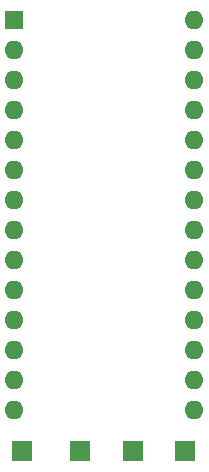
<source format=gbr>
%TF.GenerationSoftware,KiCad,Pcbnew,(5.1.9)-1*%
%TF.CreationDate,2021-09-03T13:00:37+02:00*%
%TF.ProjectId,ZX81 Intern 32K,5a583831-2049-46e7-9465-726e2033324b,rev?*%
%TF.SameCoordinates,Original*%
%TF.FileFunction,Soldermask,Bot*%
%TF.FilePolarity,Negative*%
%FSLAX46Y46*%
G04 Gerber Fmt 4.6, Leading zero omitted, Abs format (unit mm)*
G04 Created by KiCad (PCBNEW (5.1.9)-1) date 2021-09-03 13:00:37*
%MOMM*%
%LPD*%
G01*
G04 APERTURE LIST*
%ADD10R,1.700000X1.700000*%
%ADD11R,1.600000X1.600000*%
%ADD12O,1.600000X1.600000*%
G04 APERTURE END LIST*
D10*
%TO.C,J3*%
X116320000Y-108052000D03*
%TD*%
D11*
%TO.C,REF\u002A\u002A*%
X110795000Y-71602600D03*
D12*
X126035000Y-104622600D03*
X110795000Y-74142600D03*
X126035000Y-102082600D03*
X110795000Y-76682600D03*
X126035000Y-99542600D03*
X110795000Y-79222600D03*
X126035000Y-97002600D03*
X110795000Y-81762600D03*
X126035000Y-94462600D03*
X110795000Y-84302600D03*
X126035000Y-91922600D03*
X110795000Y-86842600D03*
X126035000Y-89382600D03*
X110795000Y-89382600D03*
X126035000Y-86842600D03*
X110795000Y-91922600D03*
X126035000Y-84302600D03*
X110795000Y-94462600D03*
X126035000Y-81762600D03*
X110795000Y-97002600D03*
X126035000Y-79222600D03*
X110795000Y-99542600D03*
X126035000Y-76682600D03*
X110795000Y-102082600D03*
X126035000Y-74142600D03*
X110795000Y-104622600D03*
X126035000Y-71602600D03*
%TD*%
D10*
%TO.C,J1*%
X125200000Y-108052000D03*
%TD*%
%TO.C,J2*%
X120870000Y-108052000D03*
%TD*%
%TO.C,J4*%
X111450000Y-108052000D03*
%TD*%
M02*

</source>
